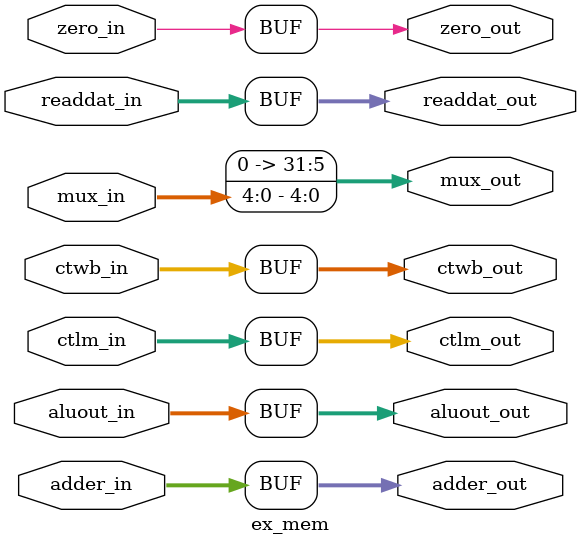
<source format=v>
`timescale 1ns / 1ps

//                              -*- Mode: Verilog -*-
// Filename        : ex_mem.v
// Description     : Latch between execute and memory stage 

// Authors         : Chris Glaubig, Ahmed Khayyat
// Created On      : 5/10/11
//////////////////////////////////////////////////////////////////////////////////
module ex_mem(	input wire [1:0] ctwb_in,
					input wire [2:0] ctlm_in,
					input wire [31:0] adder_in,
					input wire zero_in,
					input wire [31:0] aluout_in,
					input wire [31:0] readdat_in,
					input wire [4:0] mux_in,
					
					output reg [1:0] ctwb_out,
					output reg [2:0] ctlm_out,
					output reg [31:0] adder_out,
					output reg zero_out,
					output reg [31:0] aluout_out,
					output reg [31:0] readdat_out,
					output reg [31:0] mux_out
    );


	initial begin
      ctwb_out <= 0;	
		ctlm_out <= 0;     		
		adder_out <= 0;	
		zero_out <= 0;
		aluout_out <= 0;			
		readdat_out <= 0;		
		mux_out <= 0;
   end
	
   always @* 
	begin
      #1 ctwb_out <= ctwb_in;	
			ctlm_out <= ctlm_in;     		
			adder_out <= adder_in;	
			zero_out <= zero_in;
			aluout_out <= aluout_in;			
			readdat_out <= readdat_in;		
			mux_out <= mux_in;
	end

endmodule

</source>
